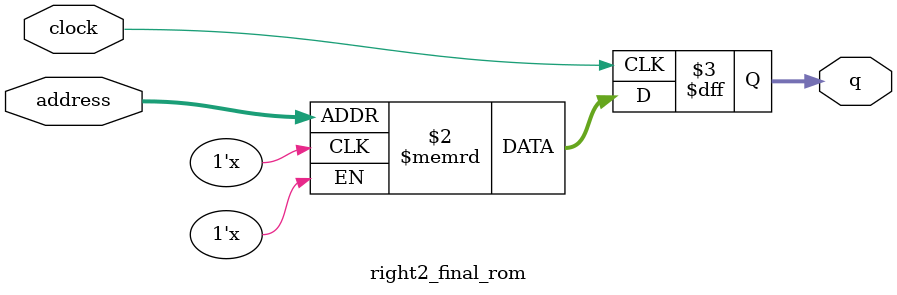
<source format=sv>
module right2_final_rom (
	input logic clock,
	input logic [9:0] address,
	output logic [2:0] q
);

logic [2:0] memory [0:1023] /* synthesis ram_init_file = "./right2_final/right2_final.mif" */;

always_ff @ (posedge clock) begin
	q <= memory[address];
end

endmodule

</source>
